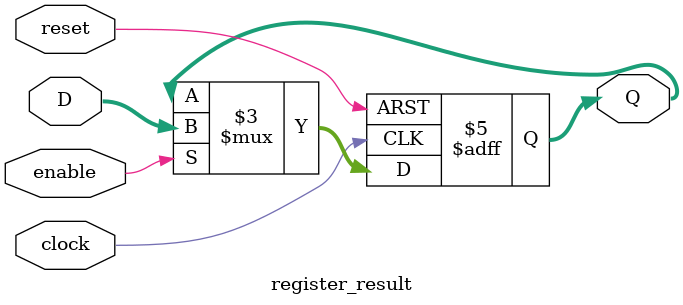
<source format=v>
module register_result
    (
	 //Entradas
        input clock,reset,enable,
        input [8:0]D,
	 //Salidas
        output reg [8:0]Q
    );

//Se activa en el flanco positivo del clock o del reset
always @(posedge clock, posedge reset ) 
    begin
	 //En reset, resetear el valor de Q (puede ser las entradas B, A por ejemplo)
        if (reset) 
            Q <= {9'd0};
	 //Si se activo el always y fue por el clock
        else
		  //Si es enable, se pasa el valor al registro para poder ser utilizado en la ALU
            if (enable)
                Q <= D;
		 //Si no se apreto el boton de enable, el registro sigue teniendo el mismo valor de antes.
            else
                Q <= Q;
    end
endmodule
</source>
